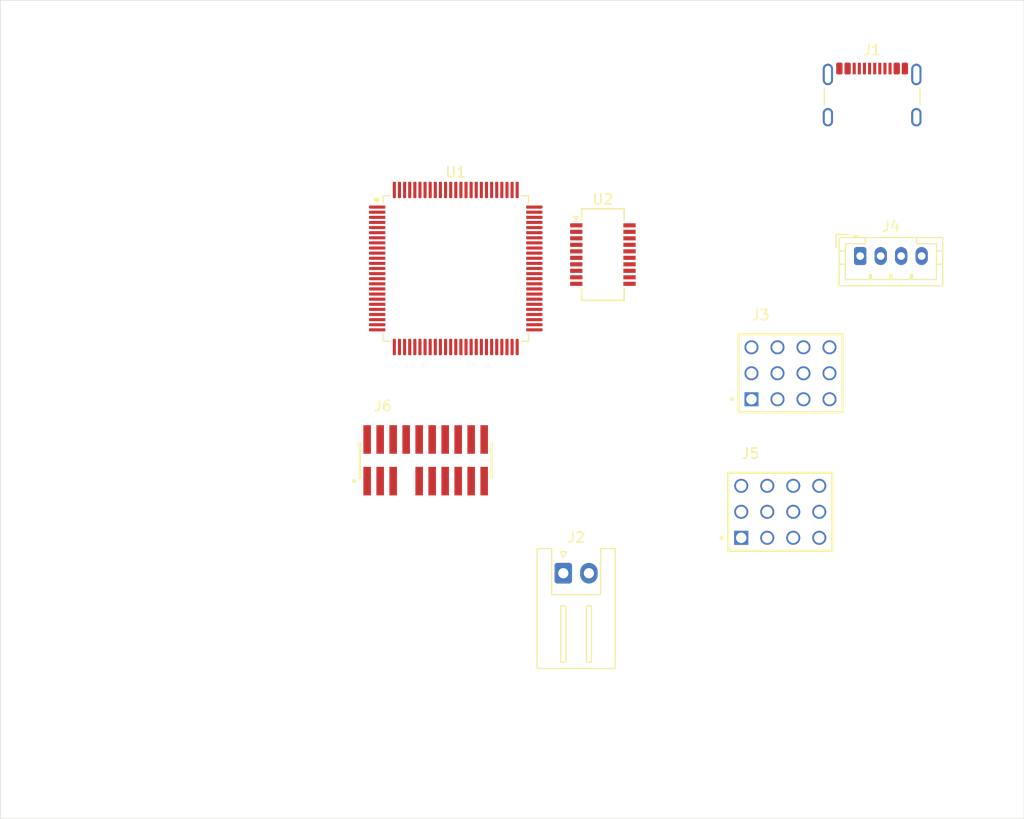
<source format=kicad_pcb>
(kicad_pcb (version 20240108) (generator "pcbnew") (generator_version "8.0")
  (layers (0 "F.Cu" power) (1 "In1.Cu" signal) (2 "In2.Cu" signal) (31 "B.Cu" signal) (34 "B.Paste" user) (35 "F.Paste" user) (36 "B.SilkS" user "B.Silkscreen") (37 "F.SilkS" user "F.Silkscreen") (38 "B.Mask" user) (39 "F.Mask" user) (44 "Edge.Cuts" user))
  (net 0 "")
  (net 18 "Net-(U1-VSS-Pad10)")
  (net 102 "GND")
  (net 105 "Net-(U2-USBDP)")
  (net 119 "+3.3V")
  (net 120 "Net-(U2-VCC)")
  (footprint "FTSH-110-01-L-DV-007:SAMTEC_FTSH-110-01-L-DV-007" (layer "F.Cu") (at 141.555 104.965)
    (property "Reference" "J6" (at -4.175 -5.315 0) (layer "F.SilkS"))
    (property "Value" "FTSH-110-01-L-DV-007")
    (fp_line (start -6.435 -1.715) (end -6.435 -1.715) (stroke (width 0.2)) (layer "F.SilkS"))
    (fp_line (start -6.435 1.715) (end -6.435 -1.715) (stroke (width 0.2)) (layer "F.SilkS"))
    (fp_line (start -6.435 1.715) (end -6.435 1.715) (stroke (width 0.2)) (layer "F.SilkS"))
    (fp_line (start 6.435 -1.715) (end 6.435 -1.715) (stroke (width 0.2)) (layer "F.SilkS"))
    (fp_line (start 6.435 -1.715) (end 6.435 1.715) (stroke (width 0.2)) (layer "F.SilkS"))
    (fp_line (start 6.435 1.715) (end 6.435 1.715) (stroke (width 0.2)) (layer "F.SilkS"))
    (fp_circle (center -7 2.035) (end -6.9 2.035) (stroke (width 0.2)) (fill none) (layer "F.SilkS"))
    (pad "01" smd rect (at -5.715 2.035) (size 0.74 2.79) (layers "F.Cu" "F.Paste" "F.Mask"))
    (pad "02" smd rect (at -5.715 -2.035) (size 0.74 2.79) (layers "F.Cu" "F.Paste" "F.Mask"))
    (pad "03" smd rect (at -4.445 2.035) (size 0.74 2.79) (layers "F.Cu" "F.Paste" "F.Mask"))
    (pad "04" smd rect (at -4.445 -2.035) (size 0.74 2.79) (layers "F.Cu" "F.Paste" "F.Mask"))
    (pad "05" smd rect (at -3.175 2.035) (size 0.74 2.79) (layers "F.Cu" "F.Paste" "F.Mask"))
    (pad "06" smd rect (at -3.175 -2.035) (size 0.74 2.79) (layers "F.Cu" "F.Paste" "F.Mask"))
    (pad "08" smd rect (at -1.905 -2.035) (size 0.74 2.79) (layers "F.Cu" "F.Paste" "F.Mask"))
    (pad "09" smd rect (at -0.635 2.035) (size 0.74 2.79) (layers "F.Cu" "F.Paste" "F.Mask"))
    (pad "10" smd rect (at -0.635 -2.035) (size 0.74 2.79) (layers "F.Cu" "F.Paste" "F.Mask"))
    (pad "11" smd rect (at 0.635 2.035) (size 0.74 2.79) (layers "F.Cu" "F.Paste" "F.Mask"))
    (pad "12" smd rect (at 0.635 -2.035) (size 0.74 2.79) (layers "F.Cu" "F.Paste" "F.Mask"))
    (pad "13" smd rect (at 1.905 2.035) (size 0.74 2.79) (layers "F.Cu" "F.Paste" "F.Mask"))
    (pad "14" smd rect (at 1.905 -2.035) (size 0.74 2.79) (layers "F.Cu" "F.Paste" "F.Mask"))
    (pad "15" smd rect (at 3.175 2.035) (size 0.74 2.79) (layers "F.Cu" "F.Paste" "F.Mask"))
    (pad "16" smd rect (at 3.175 -2.035) (size 0.74 2.79) (layers "F.Cu" "F.Paste" "F.Mask"))
    (pad "17" smd rect (at 4.445 2.035) (size 0.74 2.79) (layers "F.Cu" "F.Paste" "F.Mask"))
    (pad "18" smd rect (at 4.445 -2.035) (size 0.74 2.79) (layers "F.Cu" "F.Paste" "F.Mask"))
    (pad "19" smd rect (at 5.715 2.035) (size 0.74 2.79) (layers "F.Cu" "F.Paste" "F.Mask"))
    (pad "20" smd rect (at 5.715 -2.035) (size 0.74 2.79) (layers "F.Cu" "F.Paste" "F.Mask"))
  )
  (footprint "TSW-104-07-G-T:SAMTEC_TSW-104-07-G-T" (layer "F.Cu") (at 177.19 96.46)
    (property "Reference" "J3" (at -2.905 -5.695 0) (layer "F.SilkS"))
    (property "Value" "TSW-104-07-G-T")
    (fp_line (start -5.08 3.81) (end -5.08 -3.81) (stroke (width 0.2)) (layer "F.SilkS"))
    (fp_line (start 5.08 -3.81) (end -5.08 -3.81) (stroke (width 0.2)) (layer "F.SilkS"))
    (fp_line (start 5.08 -3.81) (end 5.08 3.81) (stroke (width 0.2)) (layer "F.SilkS"))
    (fp_line (start 5.08 3.81) (end -5.08 3.81) (stroke (width 0.2)) (layer "F.SilkS"))
    (fp_circle (center -5.73 2.54) (end -5.63 2.54) (stroke (width 0.2)) (fill none) (layer "F.SilkS"))
    (pad "01" thru_hole rect (at -3.81 2.54) (size 1.37 1.37) (drill 1.02) (layers "*.Cu" "*.Mask"))
    (pad "02" thru_hole circle (at -3.81 0) (size 1.37 1.37) (drill 1.02) (layers "*.Cu" "*.Mask"))
    (pad "03" thru_hole circle (at -3.81 -2.54) (size 1.37 1.37) (drill 1.02) (layers "*.Cu" "*.Mask"))
    (pad "04" thru_hole circle (at -1.27 2.54) (size 1.37 1.37) (drill 1.02) (layers "*.Cu" "*.Mask"))
    (pad "05" thru_hole circle (at -1.27 0) (size 1.37 1.37) (drill 1.02) (layers "*.Cu" "*.Mask"))
    (pad "06" thru_hole circle (at -1.27 -2.54) (size 1.37 1.37) (drill 1.02) (layers "*.Cu" "*.Mask"))
    (pad "07" thru_hole circle (at 1.27 2.54) (size 1.37 1.37) (drill 1.02) (layers "*.Cu" "*.Mask"))
    (pad "08" thru_hole circle (at 1.27 0) (size 1.37 1.37) (drill 1.02) (layers "*.Cu" "*.Mask"))
    (pad "09" thru_hole circle (at 1.27 -2.54) (size 1.37 1.37) (drill 1.02) (layers "*.Cu" "*.Mask"))
    (pad "10" thru_hole circle (at 3.81 2.54) (size 1.37 1.37) (drill 1.02) (layers "*.Cu" "*.Mask"))
    (pad "11" thru_hole circle (at 3.81 0) (size 1.37 1.37) (drill 1.02) (layers "*.Cu" "*.Mask"))
    (pad "12" thru_hole circle (at 3.81 -2.54) (size 1.37 1.37) (drill 1.02) (layers "*.Cu" "*.Mask"))
  )
  (footprint "Package_QFP:LQFP-100_14x14mm_P0.5mm" (layer "F.Cu") (at 144.496 86.216)
    (property "Reference" "U1" (at 0 -9.42 0) (layer "F.SilkS"))
    (property "Value" "STM32U545VETx")
    (fp_line (start -7.11 -7.11) (end -7.11 -6.41) (stroke (width 0.12)) (layer "F.SilkS"))
    (fp_line (start -7.11 7.11) (end -7.11 6.41) (stroke (width 0.12)) (layer "F.SilkS"))
    (fp_line (start -6.41 -7.11) (end -7.11 -7.11) (stroke (width 0.12)) (layer "F.SilkS"))
    (fp_line (start -6.41 7.11) (end -7.11 7.11) (stroke (width 0.12)) (layer "F.SilkS"))
    (fp_line (start 6.41 -7.11) (end 7.11 -7.11) (stroke (width 0.12)) (layer "F.SilkS"))
    (fp_line (start 6.41 7.11) (end 7.11 7.11) (stroke (width 0.12)) (layer "F.SilkS"))
    (fp_line (start 7.11 -7.11) (end 7.11 -6.41) (stroke (width 0.12)) (layer "F.SilkS"))
    (fp_line (start 7.11 7.11) (end 7.11 6.41) (stroke (width 0.12)) (layer "F.SilkS"))
    (fp_poly (pts (xy -7.7375 -6.41) (xy -8.0775 -6.88) (xy -7.3975 -6.88) (xy -7.7375 -6.41)) (stroke (width 0.12)) (fill solid) (layer "F.SilkS"))
    (pad "1" smd roundrect (at -7.675 -6) (size 1.6 0.3) (layers "F.Cu" "F.Paste" "F.Mask"))
    (pad "2" smd roundrect (at -7.675 -5.5) (size 1.6 0.3) (layers "F.Cu" "F.Paste" "F.Mask"))
    (pad "3" smd roundrect (at -7.675 -5) (size 1.6 0.3) (layers "F.Cu" "F.Paste" "F.Mask"))
    (pad "4" smd roundrect (at -7.675 -4.5) (size 1.6 0.3) (layers "F.Cu" "F.Paste" "F.Mask"))
    (pad "5" smd roundrect (at -7.675 -4) (size 1.6 0.3) (layers "F.Cu" "F.Paste" "F.Mask"))
    (pad "6" smd roundrect (at -7.675 -3.5) (size 1.6 0.3) (layers "F.Cu" "F.Paste" "F.Mask"))
    (pad "7" smd roundrect (at -7.675 -3) (size 1.6 0.3) (layers "F.Cu" "F.Paste" "F.Mask"))
    (pad "8" smd roundrect (at -7.675 -2.5) (size 1.6 0.3) (layers "F.Cu" "F.Paste" "F.Mask"))
    (pad "9" smd roundrect (at -7.675 -2) (size 1.6 0.3) (layers "F.Cu" "F.Paste" "F.Mask"))
    (pad "10" smd roundrect (at -7.675 -1.5) (size 1.6 0.3) (layers "F.Cu" "F.Paste" "F.Mask") (net 18 "Net-(U1-VSS-Pad10)"))
    (pad "11" smd roundrect (at -7.675 -1) (size 1.6 0.3) (layers "F.Cu" "F.Paste" "F.Mask"))
    (pad "12" smd roundrect (at -7.675 -0.5) (size 1.6 0.3) (layers "F.Cu" "F.Paste" "F.Mask"))
    (pad "13" smd roundrect (at -7.675 0) (size 1.6 0.3) (layers "F.Cu" "F.Paste" "F.Mask"))
    (pad "14" smd roundrect (at -7.675 0.5) (size 1.6 0.3) (layers "F.Cu" "F.Paste" "F.Mask"))
    (pad "15" smd roundrect (at -7.675 1) (size 1.6 0.3) (layers "F.Cu" "F.Paste" "F.Mask"))
    (pad "16" smd roundrect (at -7.675 1.5) (size 1.6 0.3) (layers "F.Cu" "F.Paste" "F.Mask"))
    (pad "17" smd roundrect (at -7.675 2) (size 1.6 0.3) (layers "F.Cu" "F.Paste" "F.Mask"))
    (pad "18" smd roundrect (at -7.675 2.5) (size 1.6 0.3) (layers "F.Cu" "F.Paste" "F.Mask"))
    (pad "19" smd roundrect (at -7.675 3) (size 1.6 0.3) (layers "F.Cu" "F.Paste" "F.Mask"))
    (pad "20" smd roundrect (at -7.675 3.5) (size 1.6 0.3) (layers "F.Cu" "F.Paste" "F.Mask"))
    (pad "21" smd roundrect (at -7.675 4) (size 1.6 0.3) (layers "F.Cu" "F.Paste" "F.Mask"))
    (pad "22" smd roundrect (at -7.675 4.5) (size 1.6 0.3) (layers "F.Cu" "F.Paste" "F.Mask"))
    (pad "23" smd roundrect (at -7.675 5) (size 1.6 0.3) (layers "F.Cu" "F.Paste" "F.Mask"))
    (pad "24" smd roundrect (at -7.675 5.5) (size 1.6 0.3) (layers "F.Cu" "F.Paste" "F.Mask"))
    (pad "25" smd roundrect (at -7.675 6) (size 1.6 0.3) (layers "F.Cu" "F.Paste" "F.Mask"))
    (pad "26" smd roundrect (at -6 7.675) (size 0.3 1.6) (layers "F.Cu" "F.Paste" "F.Mask"))
    (pad "27" smd roundrect (at -5.5 7.675) (size 0.3 1.6) (layers "F.Cu" "F.Paste" "F.Mask") (net 18 "Net-(U1-VSS-Pad10)"))
    (pad "28" smd roundrect (at -5 7.675) (size 0.3 1.6) (layers "F.Cu" "F.Paste" "F.Mask"))
    (pad "29" smd roundrect (at -4.5 7.675) (size 0.3 1.6) (layers "F.Cu" "F.Paste" "F.Mask"))
    (pad "30" smd roundrect (at -4 7.675) (size 0.3 1.6) (layers "F.Cu" "F.Paste" "F.Mask"))
    (pad "31" smd roundrect (at -3.5 7.675) (size 0.3 1.6) (layers "F.Cu" "F.Paste" "F.Mask"))
    (pad "32" smd roundrect (at -3 7.675) (size 0.3 1.6) (layers "F.Cu" "F.Paste" "F.Mask"))
    (pad "33" smd roundrect (at -2.5 7.675) (size 0.3 1.6) (layers "F.Cu" "F.Paste" "F.Mask"))
    (pad "34" smd roundrect (at -2 7.675) (size 0.3 1.6) (layers "F.Cu" "F.Paste" "F.Mask"))
    (pad "35" smd roundrect (at -1.5 7.675) (size 0.3 1.6) (layers "F.Cu" "F.Paste" "F.Mask"))
    (pad "36" smd roundrect (at -1 7.675) (size 0.3 1.6) (layers "F.Cu" "F.Paste" "F.Mask"))
    (pad "37" smd roundrect (at -0.5 7.675) (size 0.3 1.6) (layers "F.Cu" "F.Paste" "F.Mask"))
    (pad "38" smd roundrect (at 0 7.675) (size 0.3 1.6) (layers "F.Cu" "F.Paste" "F.Mask"))
    (pad "39" smd roundrect (at 0.5 7.675) (size 0.3 1.6) (layers "F.Cu" "F.Paste" "F.Mask"))
    (pad "40" smd roundrect (at 1 7.675) (size 0.3 1.6) (layers "F.Cu" "F.Paste" "F.Mask"))
    (pad "41" smd roundrect (at 1.5 7.675) (size 0.3 1.6) (layers "F.Cu" "F.Paste" "F.Mask"))
    (pad "42" smd roundrect (at 2 7.675) (size 0.3 1.6) (layers "F.Cu" "F.Paste" "F.Mask"))
    (pad "43" smd roundrect (at 2.5 7.675) (size 0.3 1.6) (layers "F.Cu" "F.Paste" "F.Mask"))
    (pad "44" smd roundrect (at 3 7.675) (size 0.3 1.6) (layers "F.Cu" "F.Paste" "F.Mask"))
    (pad "45" smd roundrect (at 3.5 7.675) (size 0.3 1.6) (layers "F.Cu" "F.Paste" "F.Mask"))
    (pad "46" smd roundrect (at 4 7.675) (size 0.3 1.6) (layers "F.Cu" "F.Paste" "F.Mask"))
    (pad "47" smd roundrect (at 4.5 7.675) (size 0.3 1.6) (layers "F.Cu" "F.Paste" "F.Mask"))
    (pad "48" smd roundrect (at 5 7.675) (size 0.3 1.6) (layers "F.Cu" "F.Paste" "F.Mask"))
    (pad "49" smd roundrect (at 5.5 7.675) (size 0.3 1.6) (layers "F.Cu" "F.Paste" "F.Mask") (net 18 "Net-(U1-VSS-Pad10)"))
    (pad "50" smd roundrect (at 6 7.675) (size 0.3 1.6) (layers "F.Cu" "F.Paste" "F.Mask"))
    (pad "51" smd roundrect (at 7.675 6) (size 1.6 0.3) (layers "F.Cu" "F.Paste" "F.Mask"))
    (pad "52" smd roundrect (at 7.675 5.5) (size 1.6 0.3) (layers "F.Cu" "F.Paste" "F.Mask"))
    (pad "53" smd roundrect (at 7.675 5) (size 1.6 0.3) (layers "F.Cu" "F.Paste" "F.Mask"))
    (pad "54" smd roundrect (at 7.675 4.5) (size 1.6 0.3) (layers "F.Cu" "F.Paste" "F.Mask"))
    (pad "55" smd roundrect (at 7.675 4) (size 1.6 0.3) (layers "F.Cu" "F.Paste" "F.Mask"))
    (pad "56" smd roundrect (at 7.675 3.5) (size 1.6 0.3) (layers "F.Cu" "F.Paste" "F.Mask"))
    (pad "57" smd roundrect (at 7.675 3) (size 1.6 0.3) (layers "F.Cu" "F.Paste" "F.Mask"))
    (pad "58" smd roundrect (at 7.675 2.5) (size 1.6 0.3) (layers "F.Cu" "F.Paste" "F.Mask"))
    (pad "59" smd roundrect (at 7.675 2) (size 1.6 0.3) (layers "F.Cu" "F.Paste" "F.Mask"))
    (pad "60" smd roundrect (at 7.675 1.5) (size 1.6 0.3) (layers "F.Cu" "F.Paste" "F.Mask"))
    (pad "61" smd roundrect (at 7.675 1) (size 1.6 0.3) (layers "F.Cu" "F.Paste" "F.Mask"))
    (pad "62" smd roundrect (at 7.675 0.5) (size 1.6 0.3) (layers "F.Cu" "F.Paste" "F.Mask"))
    (pad "63" smd roundrect (at 7.675 0) (size 1.6 0.3) (layers "F.Cu" "F.Paste" "F.Mask"))
    (pad "64" smd roundrect (at 7.675 -0.5) (size 1.6 0.3) (layers "F.Cu" "F.Paste" "F.Mask"))
    (pad "65" smd roundrect (at 7.675 -1) (size 1.6 0.3) (layers "F.Cu" "F.Paste" "F.Mask"))
    (pad "66" smd roundrect (at 7.675 -1.5) (size 1.6 0.3) (layers "F.Cu" "F.Paste" "F.Mask"))
    (pad "67" smd roundrect (at 7.675 -2) (size 1.6 0.3) (layers "F.Cu" "F.Paste" "F.Mask"))
    (pad "68" smd roundrect (at 7.675 -2.5) (size 1.6 0.3) (layers "F.Cu" "F.Paste" "F.Mask"))
    (pad "69" smd roundrect (at 7.675 -3) (size 1.6 0.3) (layers "F.Cu" "F.Paste" "F.Mask"))
    (pad "70" smd roundrect (at 7.675 -3.5) (size 1.6 0.3) (layers "F.Cu" "F.Paste" "F.Mask"))
    (pad "71" smd roundrect (at 7.675 -4) (size 1.6 0.3) (layers "F.Cu" "F.Paste" "F.Mask"))
    (pad "72" smd roundrect (at 7.675 -4.5) (size 1.6 0.3) (layers "F.Cu" "F.Paste" "F.Mask"))
    (pad "73" smd roundrect (at 7.675 -5) (size 1.6 0.3) (layers "F.Cu" "F.Paste" "F.Mask"))
    (pad "74" smd roundrect (at 7.675 -5.5) (size 1.6 0.3) (layers "F.Cu" "F.Paste" "F.Mask") (net 18 "Net-(U1-VSS-Pad10)"))
    (pad "75" smd roundrect (at 7.675 -6) (size 1.6 0.3) (layers "F.Cu" "F.Paste" "F.Mask"))
    (pad "76" smd roundrect (at 6 -7.675) (size 0.3 1.6) (layers "F.Cu" "F.Paste" "F.Mask"))
    (pad "77" smd roundrect (at 5.5 -7.675) (size 0.3 1.6) (layers "F.Cu" "F.Paste" "F.Mask"))
    (pad "78" smd roundrect (at 5 -7.675) (size 0.3 1.6) (layers "F.Cu" "F.Paste" "F.Mask"))
    (pad "79" smd roundrect (at 4.5 -7.675) (size 0.3 1.6) (layers "F.Cu" "F.Paste" "F.Mask"))
    (pad "80" smd roundrect (at 4 -7.675) (size 0.3 1.6) (layers "F.Cu" "F.Paste" "F.Mask"))
    (pad "81" smd roundrect (at 3.5 -7.675) (size 0.3 1.6) (layers "F.Cu" "F.Paste" "F.Mask"))
    (pad "82" smd roundrect (at 3 -7.675) (size 0.3 1.6) (layers "F.Cu" "F.Paste" "F.Mask"))
    (pad "83" smd roundrect (at 2.5 -7.675) (size 0.3 1.6) (layers "F.Cu" "F.Paste" "F.Mask"))
    (pad "84" smd roundrect (at 2 -7.675) (size 0.3 1.6) (layers "F.Cu" "F.Paste" "F.Mask"))
    (pad "85" smd roundrect (at 1.5 -7.675) (size 0.3 1.6) (layers "F.Cu" "F.Paste" "F.Mask"))
    (pad "86" smd roundrect (at 1 -7.675) (size 0.3 1.6) (layers "F.Cu" "F.Paste" "F.Mask"))
    (pad "87" smd roundrect (at 0.5 -7.675) (size 0.3 1.6) (layers "F.Cu" "F.Paste" "F.Mask"))
    (pad "88" smd roundrect (at 0 -7.675) (size 0.3 1.6) (layers "F.Cu" "F.Paste" "F.Mask"))
    (pad "89" smd roundrect (at -0.5 -7.675) (size 0.3 1.6) (layers "F.Cu" "F.Paste" "F.Mask"))
    (pad "90" smd roundrect (at -1 -7.675) (size 0.3 1.6) (layers "F.Cu" "F.Paste" "F.Mask"))
    (pad "91" smd roundrect (at -1.5 -7.675) (size 0.3 1.6) (layers "F.Cu" "F.Paste" "F.Mask"))
    (pad "92" smd roundrect (at -2 -7.675) (size 0.3 1.6) (layers "F.Cu" "F.Paste" "F.Mask"))
    (pad "93" smd roundrect (at -2.5 -7.675) (size 0.3 1.6) (layers "F.Cu" "F.Paste" "F.Mask"))
    (pad "94" smd roundrect (at -3 -7.675) (size 0.3 1.6) (layers "F.Cu" "F.Paste" "F.Mask"))
    (pad "95" smd roundrect (at -3.5 -7.675) (size 0.3 1.6) (layers "F.Cu" "F.Paste" "F.Mask"))
    (pad "96" smd roundrect (at -4 -7.675) (size 0.3 1.6) (layers "F.Cu" "F.Paste" "F.Mask"))
    (pad "97" smd roundrect (at -4.5 -7.675) (size 0.3 1.6) (layers "F.Cu" "F.Paste" "F.Mask"))
    (pad "98" smd roundrect (at -5 -7.675) (size 0.3 1.6) (layers "F.Cu" "F.Paste" "F.Mask"))
    (pad "99" smd roundrect (at -5.5 -7.675) (size 0.3 1.6) (layers "F.Cu" "F.Paste" "F.Mask") (net 18 "Net-(U1-VSS-Pad10)"))
    (pad "100" smd roundrect (at -6 -7.675) (size 0.3 1.6) (layers "F.Cu" "F.Paste" "F.Mask"))
  )
  (footprint "Connector_JST:JST_XH_S2B-XH-A_1x02_P2.50mm_Horizontal" (layer "F.Cu") (at 155 116)
    (property "Reference" "J2" (at 1.25 -3.5 0) (layer "F.SilkS"))
    (property "Value" "JST-XH_S2B-XH-A")
    (fp_line (start -2.56 -2.41) (end -1.14 -2.41) (stroke (width 0.12)) (layer "F.SilkS"))
    (fp_line (start -2.56 9.31) (end -2.56 -2.41) (stroke (width 0.12)) (layer "F.SilkS"))
    (fp_line (start -1.14 -2.41) (end -1.14 2.09) (stroke (width 0.12)) (layer "F.SilkS"))
    (fp_line (start -1.14 2.09) (end 1.25 2.09) (stroke (width 0.12)) (layer "F.SilkS"))
    (fp_line (start -0.3 -2.1) (end 0.3 -2.1) (stroke (width 0.12)) (layer "F.SilkS"))
    (fp_line (start -0.25 3.2) (end -0.25 8.7) (stroke (width 0.12)) (layer "F.SilkS"))
    (fp_line (start -0.25 8.7) (end 0.25 8.7) (stroke (width 0.12)) (layer "F.SilkS"))
    (fp_line (start 0 -1.5) (end -0.3 -2.1) (stroke (width 0.12)) (layer "F.SilkS"))
    (fp_line (start 0.25 3.2) (end -0.25 3.2) (stroke (width 0.12)) (layer "F.SilkS"))
    (fp_line (start 0.25 8.7) (end 0.25 3.2) (stroke (width 0.12)) (layer "F.SilkS"))
    (fp_line (start 0.3 -2.1) (end 0 -1.5) (stroke (width 0.12)) (layer "F.SilkS"))
    (fp_line (start 1.25 9.31) (end -2.56 9.31) (stroke (width 0.12)) (layer "F.SilkS"))
    (fp_line (start 1.25 9.31) (end 5.06 9.31) (stroke (width 0.12)) (layer "F.SilkS"))
    (fp_line (start 2.25 3.2) (end 2.25 8.7) (stroke (width 0.12)) (layer "F.SilkS"))
    (fp_line (start 2.25 8.7) (end 2.75 8.7) (stroke (width 0.12)) (layer "F.SilkS"))
    (fp_line (start 2.75 3.2) (end 2.25 3.2) (stroke (width 0.12)) (layer "F.SilkS"))
    (fp_line (start 2.75 8.7) (end 2.75 3.2) (stroke (width 0.12)) (layer "F.SilkS"))
    (fp_line (start 3.64 -2.41) (end 3.64 2.09) (stroke (width 0.12)) (layer "F.SilkS"))
    (fp_line (start 3.64 2.09) (end 1.25 2.09) (stroke (width 0.12)) (layer "F.SilkS"))
    (fp_line (start 5.06 -2.41) (end 3.64 -2.41) (stroke (width 0.12)) (layer "F.SilkS"))
    (fp_line (start 5.06 9.31) (end 5.06 -2.41) (stroke (width 0.12)) (layer "F.SilkS"))
    (pad "1" thru_hole roundrect (at 0 0) (size 1.7 2) (drill 1) (layers "*.Cu" "*.Mask") (roundrect_rratio 0.147059))
    (pad "2" thru_hole oval (at 2.5 0) (size 1.7 2) (drill 1) (layers "*.Cu" "*.Mask"))
  )
  (footprint "Connector_JST:JST_PH_B4B-PH-K_1x04_P2.00mm_Vertical" (layer "F.Cu") (at 184 85)
    (property "Reference" "J4" (at 3 -2.9 0) (layer "F.SilkS"))
    (property "Value" "JST_PH_B4B")
    (fp_line (start -2.36 -2.11) (end -2.36 -0.86) (stroke (width 0.12)) (layer "F.SilkS"))
    (fp_line (start -2.06 -1.81) (end -2.06 2.91) (stroke (width 0.12)) (layer "F.SilkS"))
    (fp_line (start -2.06 -0.5) (end -1.45 -0.5) (stroke (width 0.12)) (layer "F.SilkS"))
    (fp_line (start -2.06 0.8) (end -1.45 0.8) (stroke (width 0.12)) (layer "F.SilkS"))
    (fp_line (start -2.06 2.91) (end 8.06 2.91) (stroke (width 0.12)) (layer "F.SilkS"))
    (fp_line (start -1.45 -1.2) (end -1.45 2.3) (stroke (width 0.12)) (layer "F.SilkS"))
    (fp_line (start -1.45 2.3) (end 7.45 2.3) (stroke (width 0.12)) (layer "F.SilkS"))
    (fp_line (start -1.11 -2.11) (end -2.36 -2.11) (stroke (width 0.12)) (layer "F.SilkS"))
    (fp_line (start -0.6 -2.01) (end -0.6 -1.81) (stroke (width 0.12)) (layer "F.SilkS"))
    (fp_line (start -0.3 -2.01) (end -0.6 -2.01) (stroke (width 0.12)) (layer "F.SilkS"))
    (fp_line (start -0.3 -1.91) (end -0.6 -1.91) (stroke (width 0.12)) (layer "F.SilkS"))
    (fp_line (start -0.3 -1.81) (end -0.3 -2.01) (stroke (width 0.12)) (layer "F.SilkS"))
    (fp_line (start 0.5 -1.81) (end 0.5 -1.2) (stroke (width 0.12)) (layer "F.SilkS"))
    (fp_line (start 0.5 -1.2) (end -1.45 -1.2) (stroke (width 0.12)) (layer "F.SilkS"))
    (fp_line (start 0.9 1.8) (end 1.1 1.8) (stroke (width 0.12)) (layer "F.SilkS"))
    (fp_line (start 0.9 2.3) (end 0.9 1.8) (stroke (width 0.12)) (layer "F.SilkS"))
    (fp_line (start 1 2.3) (end 1 1.8) (stroke (width 0.12)) (layer "F.SilkS"))
    (fp_line (start 1.1 1.8) (end 1.1 2.3) (stroke (width 0.12)) (layer "F.SilkS"))
    (fp_line (start 2.9 1.8) (end 3.1 1.8) (stroke (width 0.12)) (layer "F.SilkS"))
    (fp_line (start 2.9 2.3) (end 2.9 1.8) (stroke (width 0.12)) (layer "F.SilkS"))
    (fp_line (start 3 2.3) (end 3 1.8) (stroke (width 0.12)) (layer "F.SilkS"))
    (fp_line (start 3.1 1.8) (end 3.1 2.3) (stroke (width 0.12)) (layer "F.SilkS"))
    (fp_line (start 4.9 1.8) (end 5.1 1.8) (stroke (width 0.12)) (layer "F.SilkS"))
    (fp_line (start 4.9 2.3) (end 4.9 1.8) (stroke (width 0.12)) (layer "F.SilkS"))
    (fp_line (start 5 2.3) (end 5 1.8) (stroke (width 0.12)) (layer "F.SilkS"))
    (fp_line (start 5.1 1.8) (end 5.1 2.3) (stroke (width 0.12)) (layer "F.SilkS"))
    (fp_line (start 5.5 -1.2) (end 5.5 -1.81) (stroke (width 0.12)) (layer "F.SilkS"))
    (fp_line (start 7.45 -1.2) (end 5.5 -1.2) (stroke (width 0.12)) (layer "F.SilkS"))
    (fp_line (start 7.45 2.3) (end 7.45 -1.2) (stroke (width 0.12)) (layer "F.SilkS"))
    (fp_line (start 8.06 -1.81) (end -2.06 -1.81) (stroke (width 0.12)) (layer "F.SilkS"))
    (fp_line (start 8.06 -0.5) (end 7.45 -0.5) (stroke (width 0.12)) (layer "F.SilkS"))
    (fp_line (start 8.06 0.8) (end 7.45 0.8) (stroke (width 0.12)) (layer "F.SilkS"))
    (fp_line (start 8.06 2.91) (end 8.06 -1.81) (stroke (width 0.12)) (layer "F.SilkS"))
    (pad "1" thru_hole roundrect (at 0 0) (size 1.2 1.75) (drill 0.75) (layers "*.Cu" "*.Mask") (roundrect_rratio 0.208333))
    (pad "2" thru_hole oval (at 2 0) (size 1.2 1.75) (drill 0.75) (layers "*.Cu" "*.Mask"))
    (pad "3" thru_hole oval (at 4 0) (size 1.2 1.75) (drill 0.75) (layers "*.Cu" "*.Mask"))
    (pad "4" thru_hole oval (at 6 0) (size 1.2 1.75) (drill 0.75) (layers "*.Cu" "*.Mask"))
  )
  (footprint "Connector_USB:USB_C_Receptacle_GCT_USB4105-xx-A_16P_TopMnt_Horizontal" (layer "F.Cu") (at 185.166 70.358)
    (property "Reference" "J1" (at 0 -5.5 0) (layer "F.SilkS"))
    (property "Value" "USB_C_Receptacle_USB2.0_14P")
    (fp_line (start -4.67 -0.1) (end -4.67 -1.8) (stroke (width 0.12)) (layer "F.SilkS"))
    (fp_line (start 4.67 -0.1) (end 4.67 -1.8) (stroke (width 0.12)) (layer "F.SilkS"))
    (pad "" np_thru_hole circle (at -2.89 -2.605) (size 0.65 0.65) (drill 0.65) (layers "F&B.Cu" "*.Mask"))
    (pad "" np_thru_hole circle (at 2.89 -2.605) (size 0.65 0.65) (drill 0.65) (layers "F&B.Cu" "*.Mask"))
    (pad "A1" smd roundrect (at -3.2 -3.68) (size 0.6 1.15) (layers "F.Cu" "F.Paste" "F.Mask") (net 102 "GND"))
    (pad "A4" smd roundrect (at -2.4 -3.68) (size 0.6 1.15) (layers "F.Cu" "F.Paste" "F.Mask"))
    (pad "A5" smd roundrect (at -1.25 -3.68) (size 0.3 1.15) (layers "F.Cu" "F.Paste" "F.Mask"))
    (pad "A6" smd roundrect (at -0.25 -3.68) (size 0.3 1.15) (layers "F.Cu" "F.Paste" "F.Mask") (net 120 "Net-(U2-VCC)"))
    (pad "A7" smd roundrect (at 0.25 -3.68) (size 0.3 1.15) (layers "F.Cu" "F.Paste" "F.Mask") (net 120 "Net-(U2-VCC)"))
    (pad "A8" smd roundrect (at 1.25 -3.68) (size 0.3 1.15) (layers "F.Cu" "F.Paste" "F.Mask"))
    (pad "A9" smd roundrect (at 2.4 -3.68) (size 0.6 1.15) (layers "F.Cu" "F.Paste" "F.Mask"))
    (pad "A12" smd roundrect (at 3.2 -3.68) (size 0.6 1.15) (layers "F.Cu" "F.Paste" "F.Mask") (net 102 "GND"))
    (pad "B1" smd roundrect (at 3.2 -3.68) (size 0.6 1.15) (layers "F.Cu" "F.Paste" "F.Mask") (net 102 "GND"))
    (pad "B4" smd roundrect (at 2.4 -3.68) (size 0.6 1.15) (layers "F.Cu" "F.Paste" "F.Mask"))
    (pad "B5" smd roundrect (at 1.75 -3.68) (size 0.3 1.15) (layers "F.Cu" "F.Paste" "F.Mask"))
    (pad "B6" smd roundrect (at 0.75 -3.68) (size 0.3 1.15) (layers "F.Cu" "F.Paste" "F.Mask") (net 105 "Net-(U2-USBDP)"))
    (pad "B7" smd roundrect (at -0.75 -3.68) (size 0.3 1.15) (layers "F.Cu" "F.Paste" "F.Mask") (net 105 "Net-(U2-USBDP)"))
    (pad "B8" smd roundrect (at -1.75 -3.68) (size 0.3 1.15) (layers "F.Cu" "F.Paste" "F.Mask"))
    (pad "B9" smd roundrect (at -2.4 -3.68) (size 0.6 1.15) (layers "F.Cu" "F.Paste" "F.Mask"))
    (pad "B12" smd roundrect (at -3.2 -3.68) (size 0.6 1.15) (layers "F.Cu" "F.Paste" "F.Mask") (net 102 "GND"))
    (pad "S1" thru_hole oval (at -4.32 -3.105) (size 1 2.1) (drill oval 0.6 1.7) (layers "*.Cu" "*.Mask" "F.Paste") (net 102 "GND"))
    (pad "S1" thru_hole oval (at -4.32 1.075) (size 1 1.8) (drill oval 0.6 1.4) (layers "*.Cu" "*.Mask" "F.Paste") (net 102 "GND"))
    (pad "S1" thru_hole oval (at 4.32 -3.105) (size 1 2.1) (drill oval 0.6 1.7) (layers "*.Cu" "*.Mask" "F.Paste") (net 102 "GND"))
    (pad "S1" thru_hole oval (at 4.32 1.075) (size 1 1.8) (drill oval 0.6 1.4) (layers "*.Cu" "*.Mask" "F.Paste") (net 102 "GND"))
  )
  (footprint "TSW-104-07-G-T:SAMTEC_TSW-104-07-G-T" (layer "F.Cu") (at 176.19 110)
    (property "Reference" "J5" (at -2.905 -5.695 0) (layer "F.SilkS"))
    (property "Value" "TSW-104-07-G-T")
    (fp_line (start -5.08 3.81) (end -5.08 -3.81) (stroke (width 0.2)) (layer "F.SilkS"))
    (fp_line (start 5.08 -3.81) (end -5.08 -3.81) (stroke (width 0.2)) (layer "F.SilkS"))
    (fp_line (start 5.08 -3.81) (end 5.08 3.81) (stroke (width 0.2)) (layer "F.SilkS"))
    (fp_line (start 5.08 3.81) (end -5.08 3.81) (stroke (width 0.2)) (layer "F.SilkS"))
    (fp_circle (center -5.73 2.54) (end -5.63 2.54) (stroke (width 0.2)) (fill none) (layer "F.SilkS"))
    (pad "01" thru_hole rect (at -3.81 2.54) (size 1.37 1.37) (drill 1.02) (layers "*.Cu" "*.Mask"))
    (pad "02" thru_hole circle (at -3.81 0) (size 1.37 1.37) (drill 1.02) (layers "*.Cu" "*.Mask"))
    (pad "03" thru_hole circle (at -3.81 -2.54) (size 1.37 1.37) (drill 1.02) (layers "*.Cu" "*.Mask"))
    (pad "04" thru_hole circle (at -1.27 2.54) (size 1.37 1.37) (drill 1.02) (layers "*.Cu" "*.Mask"))
    (pad "05" thru_hole circle (at -1.27 0) (size 1.37 1.37) (drill 1.02) (layers "*.Cu" "*.Mask"))
    (pad "06" thru_hole circle (at -1.27 -2.54) (size 1.37 1.37) (drill 1.02) (layers "*.Cu" "*.Mask"))
    (pad "07" thru_hole circle (at 1.27 2.54) (size 1.37 1.37) (drill 1.02) (layers "*.Cu" "*.Mask"))
    (pad "08" thru_hole circle (at 1.27 0) (size 1.37 1.37) (drill 1.02) (layers "*.Cu" "*.Mask"))
    (pad "09" thru_hole circle (at 1.27 -2.54) (size 1.37 1.37) (drill 1.02) (layers "*.Cu" "*.Mask"))
    (pad "10" thru_hole circle (at 3.81 2.54) (size 1.37 1.37) (drill 1.02) (layers "*.Cu" "*.Mask"))
    (pad "11" thru_hole circle (at 3.81 0) (size 1.37 1.37) (drill 1.02) (layers "*.Cu" "*.Mask"))
    (pad "12" thru_hole circle (at 3.81 -2.54) (size 1.37 1.37) (drill 1.02) (layers "*.Cu" "*.Mask"))
  )
  (footprint "Package_SO:SSOP-20_3.9x8.7mm_P0.635mm" (layer "F.Cu") (at 158.866 84.8575)
    (property "Reference" "U2" (at 0 -5.4 0) (layer "F.SilkS"))
    (property "Value" "FT231XQ")
    (fp_line (start -2.075 -4.475) (end 2.075 -4.475) (stroke (width 0.15)) (layer "F.SilkS"))
    (fp_line (start -2.075 -3.365) (end -2.075 -4.475) (stroke (width 0.15)) (layer "F.SilkS"))
    (fp_line (start -2.075 4.475) (end -2.075 3.365) (stroke (width 0.15)) (layer "F.SilkS"))
    (fp_line (start -2.075 4.475) (end 2.075 4.475) (stroke (width 0.15)) (layer "F.SilkS"))
    (fp_line (start 2.075 -4.475) (end 2.075 -3.365) (stroke (width 0.15)) (layer "F.SilkS"))
    (fp_line (start 2.075 4.475) (end 2.075 3.365) (stroke (width 0.15)) (layer "F.SilkS"))
    (fp_poly (pts (xy -2.6375 -3.365) (xy -2.8775 -3.695) (xy -2.3975 -3.695) (xy -2.6375 -3.365)) (stroke (width 0.12)) (fill solid) (layer "F.SilkS"))
    (pad "1" smd rect (at -2.6 -2.8575) (size 1.2 0.4) (layers "F.Cu" "F.Paste" "F.Mask"))
    (pad "2" smd rect (at -2.6 -2.2225) (size 1.2 0.4) (layers "F.Cu" "F.Paste" "F.Mask"))
    (pad "3" smd rect (at -2.6 -1.5875) (size 1.2 0.4) (layers "F.Cu" "F.Paste" "F.Mask") (net 119 "+3.3V"))
    (pad "4" smd rect (at -2.6 -0.9525) (size 1.2 0.4) (layers "F.Cu" "F.Paste" "F.Mask"))
    (pad "5" smd rect (at -2.6 -0.3175) (size 1.2 0.4) (layers "F.Cu" "F.Paste" "F.Mask"))
    (pad "6" smd rect (at -2.6 0.3175) (size 1.2 0.4) (layers "F.Cu" "F.Paste" "F.Mask") (net 102 "GND"))
    (pad "7" smd rect (at -2.6 0.9525) (size 1.2 0.4) (layers "F.Cu" "F.Paste" "F.Mask"))
    (pad "8" smd rect (at -2.6 1.5875) (size 1.2 0.4) (layers "F.Cu" "F.Paste" "F.Mask"))
    (pad "9" smd rect (at -2.6 2.2225) (size 1.2 0.4) (layers "F.Cu" "F.Paste" "F.Mask"))
    (pad "10" smd rect (at -2.6 2.8575) (size 1.2 0.4) (layers "F.Cu" "F.Paste" "F.Mask"))
    (pad "11" smd rect (at 2.6 2.8575) (size 1.2 0.4) (layers "F.Cu" "F.Paste" "F.Mask") (net 105 "Net-(U2-USBDP)"))
    (pad "12" smd rect (at 2.6 2.2225) (size 1.2 0.4) (layers "F.Cu" "F.Paste" "F.Mask") (net 120 "Net-(U2-VCC)"))
    (pad "13" smd rect (at 2.6 1.5875) (size 1.2 0.4) (layers "F.Cu" "F.Paste" "F.Mask"))
    (pad "14" smd rect (at 2.6 0.9525) (size 1.2 0.4) (layers "F.Cu" "F.Paste" "F.Mask"))
    (pad "15" smd rect (at 2.6 0.3175) (size 1.2 0.4) (layers "F.Cu" "F.Paste" "F.Mask") (net 119 "+3.3V"))
    (pad "16" smd rect (at 2.6 -0.3175) (size 1.2 0.4) (layers "F.Cu" "F.Paste" "F.Mask") (net 102 "GND"))
    (pad "17" smd rect (at 2.6 -0.9525) (size 1.2 0.4) (layers "F.Cu" "F.Paste" "F.Mask"))
    (pad "18" smd rect (at 2.6 -1.5875) (size 1.2 0.4) (layers "F.Cu" "F.Paste" "F.Mask"))
    (pad "19" smd rect (at 2.6 -2.2225) (size 1.2 0.4) (layers "F.Cu" "F.Paste" "F.Mask"))
    (pad "20" smd rect (at 2.6 -2.8575) (size 1.2 0.4) (layers "F.Cu" "F.Paste" "F.Mask"))
  )
  (gr_line (start 100 140) (end 100 60) (stroke (width 0.05)) (layer "Edge.Cuts"))
  (gr_line (start 200 60) (end 200 140) (stroke (width 0.05)) (layer "Edge.Cuts"))
  (gr_line (start 200 140) (end 100 140) (stroke (width 0.05)) (layer "Edge.Cuts"))
  (gr_line (start 100 60) (end 200 60) (stroke (width 0.05)) (layer "Edge.Cuts"))
)
</source>
